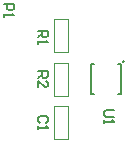
<source format=gto>
G04*
G04 #@! TF.GenerationSoftware,Altium Limited,Altium Designer,19.1.5 (86)*
G04*
G04 Layer_Color=65535*
%FSLAX25Y25*%
%MOIN*%
G70*
G01*
G75*
%ADD10C,0.01000*%
%ADD11C,0.00591*%
%ADD12C,0.00200*%
%ADD13C,0.00600*%
D10*
X57842Y35329D02*
G03*
X57842Y35329I-100J0D01*
G01*
D11*
X56079Y24579D02*
X56921D01*
X56079Y34421D02*
X56921D01*
X47079Y24579D02*
X48079D01*
X47079Y34421D02*
X48079D01*
X47079Y24579D02*
Y34421D01*
X56921Y24579D02*
Y34421D01*
D12*
X34600Y38401D02*
X39400D01*
Y49351D01*
X34600D02*
X39400D01*
X34600Y38401D02*
Y49351D01*
Y23901D02*
X39400D01*
Y34851D01*
X34600D02*
X39400D01*
X34600Y23901D02*
Y34851D01*
Y9401D02*
X39400D01*
Y20351D01*
X34600D02*
X39400D01*
X34600Y9401D02*
Y20351D01*
D13*
X18000Y54500D02*
X21199D01*
Y52900D01*
X20666Y52367D01*
X19600D01*
X19066Y52900D01*
Y54500D01*
X18000Y51301D02*
Y50235D01*
Y50768D01*
X21199D01*
X20666Y51301D01*
X54699Y19000D02*
X52033D01*
X51500Y18467D01*
Y17401D01*
X52033Y16867D01*
X54699D01*
X51500Y15801D02*
Y14735D01*
Y15268D01*
X54699D01*
X54166Y15801D01*
X29500Y32000D02*
X32699D01*
Y30400D01*
X32166Y29867D01*
X31100D01*
X30566Y30400D01*
Y32000D01*
Y30934D02*
X29500Y29867D01*
Y26668D02*
Y28801D01*
X31633Y26668D01*
X32166D01*
X32699Y27202D01*
Y28268D01*
X32166Y28801D01*
X29500Y45500D02*
X32699D01*
Y43900D01*
X32166Y43367D01*
X31100D01*
X30566Y43900D01*
Y45500D01*
Y44434D02*
X29500Y43367D01*
Y42301D02*
Y41235D01*
Y41768D01*
X32699D01*
X32166Y42301D01*
Y14867D02*
X32699Y15401D01*
Y16467D01*
X32166Y17000D01*
X30033D01*
X29500Y16467D01*
Y15401D01*
X30033Y14867D01*
X29500Y13801D02*
Y12735D01*
Y13268D01*
X32699D01*
X32166Y13801D01*
M02*

</source>
